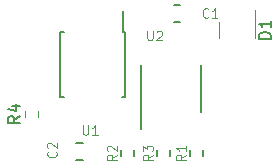
<source format=gbr>
%TF.GenerationSoftware,KiCad,Pcbnew,(6.0.0)*%
%TF.CreationDate,2022-01-08T11:25:39+00:00*%
%TF.ProjectId,DHT22,44485432-322e-46b6-9963-61645f706362,rev?*%
%TF.SameCoordinates,Original*%
%TF.FileFunction,Legend,Top*%
%TF.FilePolarity,Positive*%
%FSLAX46Y46*%
G04 Gerber Fmt 4.6, Leading zero omitted, Abs format (unit mm)*
G04 Created by KiCad (PCBNEW (6.0.0)) date 2022-01-08 11:25:39*
%MOMM*%
%LPD*%
G01*
G04 APERTURE LIST*
%ADD10C,0.150000*%
%ADD11C,0.120000*%
G04 APERTURE END LIST*
D10*
%TO.C,D1*%
X126677380Y-88749095D02*
X125677380Y-88749095D01*
X125677380Y-88511000D01*
X125725000Y-88368142D01*
X125820238Y-88272904D01*
X125915476Y-88225285D01*
X126105952Y-88177666D01*
X126248809Y-88177666D01*
X126439285Y-88225285D01*
X126534523Y-88272904D01*
X126629761Y-88368142D01*
X126677380Y-88511000D01*
X126677380Y-88749095D01*
X126677380Y-87225285D02*
X126677380Y-87796714D01*
X126677380Y-87511000D02*
X125677380Y-87511000D01*
X125820238Y-87606238D01*
X125915476Y-87701476D01*
X125963095Y-87796714D01*
D11*
%TO.C,C2*%
X108489714Y-98304333D02*
X108527809Y-98342428D01*
X108565904Y-98456714D01*
X108565904Y-98532904D01*
X108527809Y-98647190D01*
X108451619Y-98723380D01*
X108375428Y-98761476D01*
X108223047Y-98799571D01*
X108108761Y-98799571D01*
X107956380Y-98761476D01*
X107880190Y-98723380D01*
X107804000Y-98647190D01*
X107765904Y-98532904D01*
X107765904Y-98456714D01*
X107804000Y-98342428D01*
X107842095Y-98304333D01*
X107842095Y-97999571D02*
X107804000Y-97961476D01*
X107765904Y-97885285D01*
X107765904Y-97694809D01*
X107804000Y-97618619D01*
X107842095Y-97580523D01*
X107918285Y-97542428D01*
X107994476Y-97542428D01*
X108108761Y-97580523D01*
X108565904Y-98037666D01*
X108565904Y-97542428D01*
%TO.C,U1*%
X110769476Y-96081904D02*
X110769476Y-96729523D01*
X110807571Y-96805714D01*
X110845666Y-96843809D01*
X110921857Y-96881904D01*
X111074238Y-96881904D01*
X111150428Y-96843809D01*
X111188523Y-96805714D01*
X111226619Y-96729523D01*
X111226619Y-96081904D01*
X112026619Y-96881904D02*
X111569476Y-96881904D01*
X111798047Y-96881904D02*
X111798047Y-96081904D01*
X111721857Y-96196190D01*
X111645666Y-96272380D01*
X111569476Y-96310476D01*
%TO.C,R1*%
X119487904Y-98558333D02*
X119106952Y-98825000D01*
X119487904Y-99015476D02*
X118687904Y-99015476D01*
X118687904Y-98710714D01*
X118726000Y-98634523D01*
X118764095Y-98596428D01*
X118840285Y-98558333D01*
X118954571Y-98558333D01*
X119030761Y-98596428D01*
X119068857Y-98634523D01*
X119106952Y-98710714D01*
X119106952Y-99015476D01*
X119487904Y-97796428D02*
X119487904Y-98253571D01*
X119487904Y-98025000D02*
X118687904Y-98025000D01*
X118802190Y-98101190D01*
X118878380Y-98177380D01*
X118916476Y-98253571D01*
%TO.C,C1*%
X121405666Y-86899714D02*
X121367571Y-86937809D01*
X121253285Y-86975904D01*
X121177095Y-86975904D01*
X121062809Y-86937809D01*
X120986619Y-86861619D01*
X120948523Y-86785428D01*
X120910428Y-86633047D01*
X120910428Y-86518761D01*
X120948523Y-86366380D01*
X120986619Y-86290190D01*
X121062809Y-86214000D01*
X121177095Y-86175904D01*
X121253285Y-86175904D01*
X121367571Y-86214000D01*
X121405666Y-86252095D01*
X122167571Y-86975904D02*
X121710428Y-86975904D01*
X121939000Y-86975904D02*
X121939000Y-86175904D01*
X121862809Y-86290190D01*
X121786619Y-86366380D01*
X121710428Y-86404476D01*
%TO.C,U2*%
X116230476Y-88080904D02*
X116230476Y-88728523D01*
X116268571Y-88804714D01*
X116306666Y-88842809D01*
X116382857Y-88880904D01*
X116535238Y-88880904D01*
X116611428Y-88842809D01*
X116649523Y-88804714D01*
X116687619Y-88728523D01*
X116687619Y-88080904D01*
X117030476Y-88157095D02*
X117068571Y-88119000D01*
X117144761Y-88080904D01*
X117335238Y-88080904D01*
X117411428Y-88119000D01*
X117449523Y-88157095D01*
X117487619Y-88233285D01*
X117487619Y-88309476D01*
X117449523Y-88423761D01*
X116992380Y-88880904D01*
X117487619Y-88880904D01*
%TO.C,R2*%
X113645904Y-98558333D02*
X113264952Y-98825000D01*
X113645904Y-99015476D02*
X112845904Y-99015476D01*
X112845904Y-98710714D01*
X112884000Y-98634523D01*
X112922095Y-98596428D01*
X112998285Y-98558333D01*
X113112571Y-98558333D01*
X113188761Y-98596428D01*
X113226857Y-98634523D01*
X113264952Y-98710714D01*
X113264952Y-99015476D01*
X112922095Y-98253571D02*
X112884000Y-98215476D01*
X112845904Y-98139285D01*
X112845904Y-97948809D01*
X112884000Y-97872619D01*
X112922095Y-97834523D01*
X112998285Y-97796428D01*
X113074476Y-97796428D01*
X113188761Y-97834523D01*
X113645904Y-98291666D01*
X113645904Y-97796428D01*
%TO.C,R3*%
X116693904Y-98558333D02*
X116312952Y-98825000D01*
X116693904Y-99015476D02*
X115893904Y-99015476D01*
X115893904Y-98710714D01*
X115932000Y-98634523D01*
X115970095Y-98596428D01*
X116046285Y-98558333D01*
X116160571Y-98558333D01*
X116236761Y-98596428D01*
X116274857Y-98634523D01*
X116312952Y-98710714D01*
X116312952Y-99015476D01*
X115893904Y-98291666D02*
X115893904Y-97796428D01*
X116198666Y-98063095D01*
X116198666Y-97948809D01*
X116236761Y-97872619D01*
X116274857Y-97834523D01*
X116351047Y-97796428D01*
X116541523Y-97796428D01*
X116617714Y-97834523D01*
X116655809Y-97872619D01*
X116693904Y-97948809D01*
X116693904Y-98177380D01*
X116655809Y-98253571D01*
X116617714Y-98291666D01*
D10*
%TO.C,R4*%
X105448380Y-95289666D02*
X104972190Y-95623000D01*
X105448380Y-95861095D02*
X104448380Y-95861095D01*
X104448380Y-95480142D01*
X104496000Y-95384904D01*
X104543619Y-95337285D01*
X104638857Y-95289666D01*
X104781714Y-95289666D01*
X104876952Y-95337285D01*
X104924571Y-95384904D01*
X104972190Y-95480142D01*
X104972190Y-95861095D01*
X104781714Y-94432523D02*
X105448380Y-94432523D01*
X104400761Y-94670619D02*
X105115047Y-94908714D01*
X105115047Y-94289666D01*
D11*
%TO.C,D1*%
X122265000Y-88011000D02*
X122265000Y-88661000D01*
X122265000Y-88011000D02*
X122265000Y-87361000D01*
X125385000Y-88011000D02*
X125385000Y-88661000D01*
X125385000Y-88011000D02*
X125385000Y-86336000D01*
D10*
%TO.C,C2*%
X110751252Y-97563000D02*
X110228748Y-97563000D01*
X110751252Y-99033000D02*
X110228748Y-99033000D01*
%TO.C,U1*%
X114388000Y-88182000D02*
X114388000Y-93682000D01*
X114388000Y-93682000D02*
X114088000Y-93682000D01*
X108878000Y-88182000D02*
X109178000Y-88182000D01*
X108878000Y-88182000D02*
X108878000Y-93682000D01*
X108878000Y-93682000D02*
X109178000Y-93682000D01*
X114183000Y-88182000D02*
X114183000Y-86432000D01*
X114388000Y-88182000D02*
X114183000Y-88182000D01*
%TO.C,R1*%
X119873500Y-98662258D02*
X119873500Y-98187742D01*
X120918500Y-98662258D02*
X120918500Y-98187742D01*
%TO.C,C1*%
X118483748Y-87349000D02*
X119006252Y-87349000D01*
X118483748Y-85879000D02*
X119006252Y-85879000D01*
%TO.C,U2*%
X120797000Y-92964000D02*
X120797000Y-91014000D01*
X115677000Y-92964000D02*
X115677000Y-96414000D01*
X115677000Y-92964000D02*
X115677000Y-91014000D01*
X120797000Y-92964000D02*
X120797000Y-94914000D01*
%TO.C,R2*%
X114031500Y-98662258D02*
X114031500Y-98187742D01*
X115076500Y-98662258D02*
X115076500Y-98187742D01*
%TO.C,R3*%
X117079500Y-98662258D02*
X117079500Y-98187742D01*
X118124500Y-98662258D02*
X118124500Y-98187742D01*
D11*
%TO.C,R4*%
X105903500Y-95360258D02*
X105903500Y-94885742D01*
X106948500Y-95360258D02*
X106948500Y-94885742D01*
%TD*%
M02*

</source>
